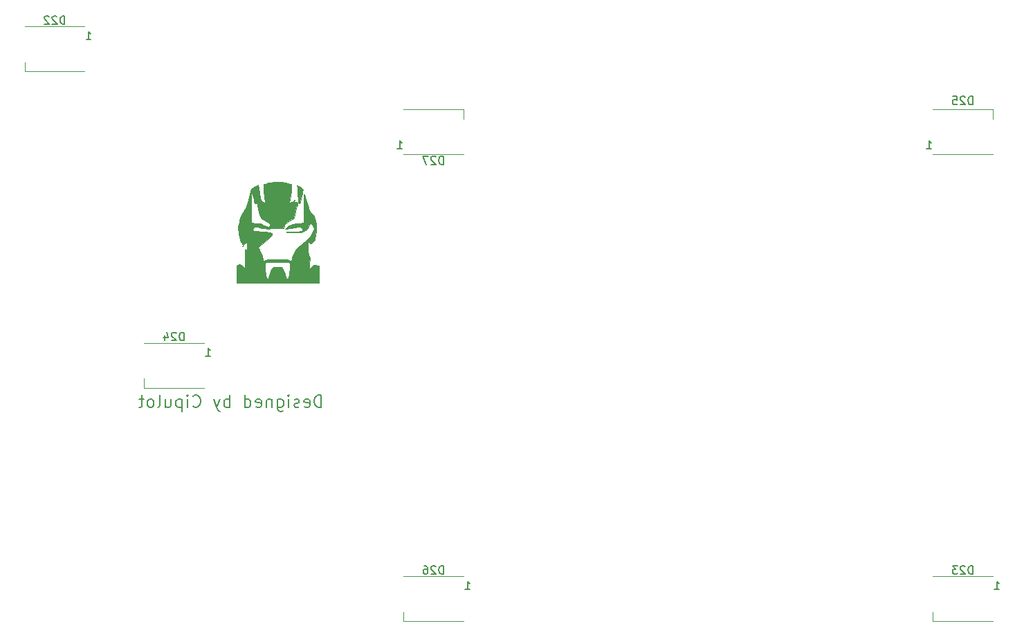
<source format=gbo>
G04 #@! TF.GenerationSoftware,KiCad,Pcbnew,(5.1.10)-1*
G04 #@! TF.CreationDate,2021-09-25T19:48:32+02:00*
G04 #@! TF.ProjectId,SheepyPad,53686565-7079-4506-9164-2e6b69636164,rev?*
G04 #@! TF.SameCoordinates,Original*
G04 #@! TF.FileFunction,Legend,Bot*
G04 #@! TF.FilePolarity,Positive*
%FSLAX46Y46*%
G04 Gerber Fmt 4.6, Leading zero omitted, Abs format (unit mm)*
G04 Created by KiCad (PCBNEW (5.1.10)-1) date 2021-09-25 19:48:32*
%MOMM*%
%LPD*%
G01*
G04 APERTURE LIST*
%ADD10C,0.150000*%
%ADD11C,0.010000*%
%ADD12C,0.120000*%
%ADD13C,1.600000*%
%ADD14O,1.600000X1.600000*%
%ADD15R,1.600000X1.600000*%
%ADD16O,1.700000X1.700000*%
%ADD17R,1.700000X1.700000*%
%ADD18R,1.500000X1.000000*%
%ADD19C,2.000000*%
%ADD20C,2.250000*%
%ADD21C,3.987800*%
%ADD22C,1.750000*%
%ADD23R,2.000000X2.000000*%
%ADD24R,2.000000X3.200000*%
G04 APERTURE END LIST*
D10*
X98665714Y-98468571D02*
X98665714Y-96968571D01*
X98308571Y-96968571D01*
X98094285Y-97040000D01*
X97951428Y-97182857D01*
X97880000Y-97325714D01*
X97808571Y-97611428D01*
X97808571Y-97825714D01*
X97880000Y-98111428D01*
X97951428Y-98254285D01*
X98094285Y-98397142D01*
X98308571Y-98468571D01*
X98665714Y-98468571D01*
X96594285Y-98397142D02*
X96737142Y-98468571D01*
X97022857Y-98468571D01*
X97165714Y-98397142D01*
X97237142Y-98254285D01*
X97237142Y-97682857D01*
X97165714Y-97540000D01*
X97022857Y-97468571D01*
X96737142Y-97468571D01*
X96594285Y-97540000D01*
X96522857Y-97682857D01*
X96522857Y-97825714D01*
X97237142Y-97968571D01*
X95951428Y-98397142D02*
X95808571Y-98468571D01*
X95522857Y-98468571D01*
X95380000Y-98397142D01*
X95308571Y-98254285D01*
X95308571Y-98182857D01*
X95380000Y-98040000D01*
X95522857Y-97968571D01*
X95737142Y-97968571D01*
X95880000Y-97897142D01*
X95951428Y-97754285D01*
X95951428Y-97682857D01*
X95880000Y-97540000D01*
X95737142Y-97468571D01*
X95522857Y-97468571D01*
X95380000Y-97540000D01*
X94665714Y-98468571D02*
X94665714Y-97468571D01*
X94665714Y-96968571D02*
X94737142Y-97040000D01*
X94665714Y-97111428D01*
X94594285Y-97040000D01*
X94665714Y-96968571D01*
X94665714Y-97111428D01*
X93308571Y-97468571D02*
X93308571Y-98682857D01*
X93380000Y-98825714D01*
X93451428Y-98897142D01*
X93594285Y-98968571D01*
X93808571Y-98968571D01*
X93951428Y-98897142D01*
X93308571Y-98397142D02*
X93451428Y-98468571D01*
X93737142Y-98468571D01*
X93880000Y-98397142D01*
X93951428Y-98325714D01*
X94022857Y-98182857D01*
X94022857Y-97754285D01*
X93951428Y-97611428D01*
X93880000Y-97540000D01*
X93737142Y-97468571D01*
X93451428Y-97468571D01*
X93308571Y-97540000D01*
X92594285Y-97468571D02*
X92594285Y-98468571D01*
X92594285Y-97611428D02*
X92522857Y-97540000D01*
X92380000Y-97468571D01*
X92165714Y-97468571D01*
X92022857Y-97540000D01*
X91951428Y-97682857D01*
X91951428Y-98468571D01*
X90665714Y-98397142D02*
X90808571Y-98468571D01*
X91094285Y-98468571D01*
X91237142Y-98397142D01*
X91308571Y-98254285D01*
X91308571Y-97682857D01*
X91237142Y-97540000D01*
X91094285Y-97468571D01*
X90808571Y-97468571D01*
X90665714Y-97540000D01*
X90594285Y-97682857D01*
X90594285Y-97825714D01*
X91308571Y-97968571D01*
X89308571Y-98468571D02*
X89308571Y-96968571D01*
X89308571Y-98397142D02*
X89451428Y-98468571D01*
X89737142Y-98468571D01*
X89880000Y-98397142D01*
X89951428Y-98325714D01*
X90022857Y-98182857D01*
X90022857Y-97754285D01*
X89951428Y-97611428D01*
X89880000Y-97540000D01*
X89737142Y-97468571D01*
X89451428Y-97468571D01*
X89308571Y-97540000D01*
X87451428Y-98468571D02*
X87451428Y-96968571D01*
X87451428Y-97540000D02*
X87308571Y-97468571D01*
X87022857Y-97468571D01*
X86880000Y-97540000D01*
X86808571Y-97611428D01*
X86737142Y-97754285D01*
X86737142Y-98182857D01*
X86808571Y-98325714D01*
X86880000Y-98397142D01*
X87022857Y-98468571D01*
X87308571Y-98468571D01*
X87451428Y-98397142D01*
X86237142Y-97468571D02*
X85880000Y-98468571D01*
X85522857Y-97468571D02*
X85880000Y-98468571D01*
X86022857Y-98825714D01*
X86094285Y-98897142D01*
X86237142Y-98968571D01*
X82951428Y-98325714D02*
X83022857Y-98397142D01*
X83237142Y-98468571D01*
X83380000Y-98468571D01*
X83594285Y-98397142D01*
X83737142Y-98254285D01*
X83808571Y-98111428D01*
X83880000Y-97825714D01*
X83880000Y-97611428D01*
X83808571Y-97325714D01*
X83737142Y-97182857D01*
X83594285Y-97040000D01*
X83380000Y-96968571D01*
X83237142Y-96968571D01*
X83022857Y-97040000D01*
X82951428Y-97111428D01*
X82308571Y-98468571D02*
X82308571Y-97468571D01*
X82308571Y-96968571D02*
X82380000Y-97040000D01*
X82308571Y-97111428D01*
X82237142Y-97040000D01*
X82308571Y-96968571D01*
X82308571Y-97111428D01*
X81594285Y-97468571D02*
X81594285Y-98968571D01*
X81594285Y-97540000D02*
X81451428Y-97468571D01*
X81165714Y-97468571D01*
X81022857Y-97540000D01*
X80951428Y-97611428D01*
X80880000Y-97754285D01*
X80880000Y-98182857D01*
X80951428Y-98325714D01*
X81022857Y-98397142D01*
X81165714Y-98468571D01*
X81451428Y-98468571D01*
X81594285Y-98397142D01*
X79594285Y-97468571D02*
X79594285Y-98468571D01*
X80237142Y-97468571D02*
X80237142Y-98254285D01*
X80165714Y-98397142D01*
X80022857Y-98468571D01*
X79808571Y-98468571D01*
X79665714Y-98397142D01*
X79594285Y-98325714D01*
X78665714Y-98468571D02*
X78808571Y-98397142D01*
X78880000Y-98254285D01*
X78880000Y-96968571D01*
X77880000Y-98468571D02*
X78022857Y-98397142D01*
X78094285Y-98325714D01*
X78165714Y-98182857D01*
X78165714Y-97754285D01*
X78094285Y-97611428D01*
X78022857Y-97540000D01*
X77880000Y-97468571D01*
X77665714Y-97468571D01*
X77522857Y-97540000D01*
X77451428Y-97611428D01*
X77380000Y-97754285D01*
X77380000Y-98182857D01*
X77451428Y-98325714D01*
X77522857Y-98397142D01*
X77665714Y-98468571D01*
X77880000Y-98468571D01*
X76951428Y-97468571D02*
X76380000Y-97468571D01*
X76737142Y-96968571D02*
X76737142Y-98254285D01*
X76665714Y-98397142D01*
X76522857Y-98468571D01*
X76380000Y-98468571D01*
D11*
G36*
X95363974Y-73090129D02*
G01*
X95396538Y-73122693D01*
X95429102Y-73090129D01*
X95396538Y-73057565D01*
X95363974Y-73090129D01*
G37*
X95363974Y-73090129D02*
X95396538Y-73122693D01*
X95429102Y-73090129D01*
X95396538Y-73057565D01*
X95363974Y-73090129D01*
G36*
X95697804Y-71323474D02*
G01*
X95708206Y-71389522D01*
X95715137Y-71413077D01*
X95729677Y-71516878D01*
X95746172Y-71724104D01*
X95762902Y-72007975D01*
X95778145Y-72341710D01*
X95782900Y-72467840D01*
X95799705Y-72858220D01*
X95819420Y-73135746D01*
X95844297Y-73317820D01*
X95876586Y-73421843D01*
X95911468Y-73461852D01*
X96007977Y-73483200D01*
X96036246Y-73465422D01*
X96063556Y-73379187D01*
X96104359Y-73205664D01*
X96141409Y-73025000D01*
X96234758Y-72563789D01*
X96313025Y-72225888D01*
X96377703Y-72005411D01*
X96426250Y-71901539D01*
X96447690Y-71801684D01*
X96364977Y-71685527D01*
X96169976Y-71544008D01*
X96033362Y-71463996D01*
X95838141Y-71357152D01*
X95733702Y-71311498D01*
X95697804Y-71323474D01*
G37*
X95697804Y-71323474D02*
X95708206Y-71389522D01*
X95715137Y-71413077D01*
X95729677Y-71516878D01*
X95746172Y-71724104D01*
X95762902Y-72007975D01*
X95778145Y-72341710D01*
X95782900Y-72467840D01*
X95799705Y-72858220D01*
X95819420Y-73135746D01*
X95844297Y-73317820D01*
X95876586Y-73421843D01*
X95911468Y-73461852D01*
X96007977Y-73483200D01*
X96036246Y-73465422D01*
X96063556Y-73379187D01*
X96104359Y-73205664D01*
X96141409Y-73025000D01*
X96234758Y-72563789D01*
X96313025Y-72225888D01*
X96377703Y-72005411D01*
X96426250Y-71901539D01*
X96447690Y-71801684D01*
X96364977Y-71685527D01*
X96169976Y-71544008D01*
X96033362Y-71463996D01*
X95838141Y-71357152D01*
X95733702Y-71311498D01*
X95697804Y-71323474D01*
G36*
X89046538Y-78626026D02*
G01*
X89079102Y-78658590D01*
X89111666Y-78626026D01*
X89079102Y-78593462D01*
X89046538Y-78626026D01*
G37*
X89046538Y-78626026D02*
X89079102Y-78658590D01*
X89111666Y-78626026D01*
X89079102Y-78593462D01*
X89046538Y-78626026D01*
G36*
X88981410Y-78756282D02*
G01*
X89013974Y-78788847D01*
X89046538Y-78756282D01*
X89013974Y-78723718D01*
X88981410Y-78756282D01*
G37*
X88981410Y-78756282D02*
X89013974Y-78788847D01*
X89046538Y-78756282D01*
X89013974Y-78723718D01*
X88981410Y-78756282D01*
G36*
X92865597Y-70904832D02*
G01*
X92557971Y-70920977D01*
X92310356Y-70946554D01*
X92149884Y-70981562D01*
X92107564Y-71006026D01*
X91989808Y-71073664D01*
X91815721Y-71103634D01*
X91806512Y-71103718D01*
X91662656Y-71112895D01*
X91601819Y-71166194D01*
X91589782Y-71302268D01*
X91590297Y-71347949D01*
X91604620Y-71766279D01*
X91632870Y-72180676D01*
X91671962Y-72564485D01*
X91718814Y-72891054D01*
X91770340Y-73133729D01*
X91809635Y-73243567D01*
X91875059Y-73390788D01*
X91895596Y-73481765D01*
X91892184Y-73490038D01*
X91816857Y-73483394D01*
X91680366Y-73414060D01*
X91518073Y-73306808D01*
X91365340Y-73186410D01*
X91257530Y-73077635D01*
X91228315Y-73025000D01*
X91208357Y-72909835D01*
X91175599Y-72697664D01*
X91134876Y-72420537D01*
X91098073Y-72161188D01*
X91042869Y-71782469D01*
X90997868Y-71516826D01*
X90959348Y-71347822D01*
X90923583Y-71259023D01*
X90887961Y-71233975D01*
X90819588Y-71265320D01*
X90672294Y-71347519D01*
X90477882Y-71462820D01*
X90476670Y-71463557D01*
X90098737Y-71693139D01*
X89934246Y-72394624D01*
X89765193Y-73045540D01*
X89580708Y-73629016D01*
X89386941Y-74129002D01*
X89190045Y-74529445D01*
X89016042Y-74790491D01*
X88880918Y-74970868D01*
X88782553Y-75146851D01*
X88703982Y-75358270D01*
X88628240Y-75644956D01*
X88599945Y-75767414D01*
X88454192Y-76411667D01*
X88589125Y-77250829D01*
X88648988Y-77616356D01*
X88696316Y-77875684D01*
X88738286Y-78051371D01*
X88782075Y-78165975D01*
X88834862Y-78242053D01*
X88903823Y-78302162D01*
X88929667Y-78321123D01*
X89011691Y-78406205D01*
X89019451Y-78454344D01*
X89051641Y-78488398D01*
X89153906Y-78498734D01*
X89324280Y-78435534D01*
X89400750Y-78340432D01*
X89476412Y-78241651D01*
X89528915Y-78269451D01*
X89557632Y-78422120D01*
X89561934Y-78697947D01*
X89559610Y-78773136D01*
X89542477Y-79084485D01*
X89518103Y-79270672D01*
X89485073Y-79336663D01*
X89441972Y-79287423D01*
X89424930Y-79245739D01*
X89373025Y-79143285D01*
X89339381Y-79125576D01*
X89330878Y-79194573D01*
X89322598Y-79366202D01*
X89314964Y-79612838D01*
X89308400Y-79906856D01*
X89303331Y-80220631D01*
X89300181Y-80526540D01*
X89299374Y-80796956D01*
X89301333Y-81004256D01*
X89306482Y-81120815D01*
X89308563Y-81133462D01*
X89322320Y-81217007D01*
X89334335Y-81314962D01*
X89339089Y-81403356D01*
X89309394Y-81414566D01*
X89220817Y-81343831D01*
X89149805Y-81279001D01*
X88952317Y-81101466D01*
X88816765Y-81000008D01*
X88710721Y-80960916D01*
X88601755Y-80970482D01*
X88495469Y-81002374D01*
X88265000Y-81078435D01*
X88265000Y-83217565D01*
X98359871Y-83217565D01*
X98359871Y-81154370D01*
X98193987Y-81078788D01*
X97987608Y-81012947D01*
X97809904Y-81035188D01*
X97620109Y-81154892D01*
X97533111Y-81230843D01*
X97381970Y-81360505D01*
X97266561Y-81443094D01*
X97229292Y-81458792D01*
X97210847Y-81398363D01*
X97203447Y-81234193D01*
X97207415Y-80992356D01*
X97215472Y-80834780D01*
X94824622Y-80834780D01*
X94823579Y-81017466D01*
X94810960Y-81278840D01*
X94787662Y-81593463D01*
X94781127Y-81668017D01*
X94742613Y-82050767D01*
X94705005Y-82320900D01*
X94664901Y-82495985D01*
X94618900Y-82593590D01*
X94597756Y-82615129D01*
X94467089Y-82689173D01*
X94379073Y-82654923D01*
X94332821Y-82582565D01*
X94285878Y-82456719D01*
X94228652Y-82256303D01*
X94193195Y-82110385D01*
X94114600Y-81854357D01*
X94005897Y-81607266D01*
X93947782Y-81507949D01*
X93783182Y-81263718D01*
X93285488Y-81263718D01*
X92976746Y-81277156D01*
X92766782Y-81331518D01*
X92625639Y-81447879D01*
X92523360Y-81647310D01*
X92459715Y-81844616D01*
X92385466Y-82100623D01*
X92308810Y-82363274D01*
X92292243Y-82419744D01*
X92217240Y-82613754D01*
X92131804Y-82688154D01*
X92018484Y-82653404D01*
X91966182Y-82615129D01*
X91916912Y-82536634D01*
X91874446Y-82377090D01*
X91835862Y-82120876D01*
X91798236Y-81752371D01*
X91792547Y-81687052D01*
X91764126Y-81338620D01*
X91749620Y-81097008D01*
X91750004Y-80939426D01*
X91766255Y-80843080D01*
X91799348Y-80785180D01*
X91832402Y-80755810D01*
X91903774Y-80726527D01*
X92037937Y-80705543D01*
X92248990Y-80692255D01*
X92551035Y-80686061D01*
X92958170Y-80686357D01*
X93355990Y-80690682D01*
X93772381Y-80698431D01*
X94144335Y-80709185D01*
X94452301Y-80722063D01*
X94676725Y-80736186D01*
X94798055Y-80750676D01*
X94813195Y-80756222D01*
X94824622Y-80834780D01*
X97215472Y-80834780D01*
X97220371Y-80738973D01*
X97238816Y-80412788D01*
X97242588Y-80192381D01*
X97230187Y-80053939D01*
X97200110Y-79973653D01*
X97170095Y-79941153D01*
X97121668Y-79862627D01*
X97084350Y-79703380D01*
X97055336Y-79446383D01*
X97033849Y-79114488D01*
X97020511Y-78706601D01*
X97021979Y-78658590D01*
X96340897Y-78658590D01*
X96317068Y-78712198D01*
X96297478Y-78702009D01*
X96289684Y-78624717D01*
X96297478Y-78615171D01*
X96336197Y-78624111D01*
X96340897Y-78658590D01*
X97021979Y-78658590D01*
X97029183Y-78423018D01*
X97059668Y-78264800D01*
X97111764Y-78233008D01*
X97182855Y-78324150D01*
X97270343Y-78434159D01*
X97378501Y-78445206D01*
X97530732Y-78355042D01*
X97618137Y-78282351D01*
X97712106Y-78189387D01*
X97780583Y-78084002D01*
X97834616Y-77936578D01*
X97885256Y-77717497D01*
X97939393Y-77421154D01*
X98008238Y-76986763D01*
X98044353Y-76638943D01*
X98047565Y-76338144D01*
X98017701Y-76044817D01*
X97954588Y-75719410D01*
X97931508Y-75619583D01*
X97854341Y-75328301D01*
X97772836Y-75120211D01*
X97664721Y-74949489D01*
X97530384Y-74794312D01*
X97413336Y-74659119D01*
X97316612Y-74516215D01*
X97227677Y-74339077D01*
X97133996Y-74101177D01*
X97023036Y-73775992D01*
X96966010Y-73599985D01*
X96858898Y-73262275D01*
X96763696Y-72954661D01*
X96688956Y-72705315D01*
X96643226Y-72542406D01*
X96635993Y-72512572D01*
X96600574Y-72385347D01*
X96571045Y-72358228D01*
X96547006Y-72435907D01*
X96528058Y-72623074D01*
X96513802Y-72924419D01*
X96503838Y-73344633D01*
X96497767Y-73888406D01*
X96496286Y-74153886D01*
X96488854Y-75890641D01*
X95906729Y-75923206D01*
X95541218Y-75956980D01*
X95280623Y-76010330D01*
X95165186Y-76059869D01*
X94989234Y-76154139D01*
X94784292Y-76238135D01*
X94777820Y-76240323D01*
X94585747Y-76322189D01*
X94415964Y-76423738D01*
X94298541Y-76523040D01*
X94263550Y-76598166D01*
X94270737Y-76610140D01*
X94353121Y-76621768D01*
X94524146Y-76608149D01*
X94725662Y-76575997D01*
X95018793Y-76521398D01*
X95327725Y-76466306D01*
X95494230Y-76437897D01*
X95722046Y-76398585D01*
X95915531Y-76362567D01*
X95992733Y-76346564D01*
X96106196Y-76354319D01*
X96209233Y-76451932D01*
X96267089Y-76541838D01*
X96401147Y-76769050D01*
X96211436Y-76867153D01*
X96077281Y-76913454D01*
X95873452Y-76943913D01*
X95579506Y-76960514D01*
X95200544Y-76965257D01*
X94829767Y-76970135D01*
X94574081Y-76984466D01*
X94438936Y-77007795D01*
X94419615Y-77030385D01*
X94498899Y-77056728D01*
X94687256Y-77077409D01*
X94963565Y-77090858D01*
X95297073Y-77095513D01*
X95644928Y-77094122D01*
X95894329Y-77086409D01*
X96077078Y-77067063D01*
X96224973Y-77030773D01*
X96369815Y-76972229D01*
X96539774Y-76887977D01*
X96764392Y-76764563D01*
X96910862Y-76649779D01*
X97020660Y-76500708D01*
X97135260Y-76274431D01*
X97137683Y-76269259D01*
X97236297Y-76065715D01*
X97313952Y-75918675D01*
X97354672Y-75858287D01*
X97355586Y-75858077D01*
X97395401Y-75911498D01*
X97475245Y-76051525D01*
X97577500Y-76247196D01*
X97773926Y-76636314D01*
X97549545Y-77115572D01*
X97367621Y-77453439D01*
X97170436Y-77706224D01*
X97017911Y-77846601D01*
X96826781Y-78005071D01*
X96657226Y-78148787D01*
X96574624Y-78221058D01*
X96453816Y-78321827D01*
X96268186Y-78467792D01*
X96059215Y-78626379D01*
X95738709Y-78905284D01*
X95493501Y-79219883D01*
X95301067Y-79604260D01*
X95177122Y-79961154D01*
X95103726Y-80203071D01*
X95043749Y-80400133D01*
X95008261Y-80515981D01*
X95005133Y-80526026D01*
X94944981Y-80556663D01*
X94799750Y-80508495D01*
X94735448Y-80477179D01*
X94633712Y-80432205D01*
X94516859Y-80399326D01*
X94363600Y-80376711D01*
X94152646Y-80362527D01*
X93862707Y-80354943D01*
X93472492Y-80352126D01*
X93279872Y-80351923D01*
X92840065Y-80353459D01*
X92509510Y-80359223D01*
X92267224Y-80370955D01*
X92092227Y-80390392D01*
X91963537Y-80419272D01*
X91860173Y-80459333D01*
X91835273Y-80471583D01*
X91600568Y-80591242D01*
X91420089Y-80002893D01*
X91322419Y-79713801D01*
X91216348Y-79446252D01*
X91119626Y-79243613D01*
X91087433Y-79190300D01*
X90992375Y-79039935D01*
X90939278Y-78935971D01*
X90935256Y-78919399D01*
X90982057Y-78861851D01*
X91108768Y-78739315D01*
X91294852Y-78569732D01*
X91519774Y-78371040D01*
X91762997Y-78161181D01*
X92003983Y-77958095D01*
X92222197Y-77779722D01*
X92384359Y-77653489D01*
X92551730Y-77501811D01*
X92621971Y-77356910D01*
X92628589Y-77283168D01*
X92615059Y-77156961D01*
X92548259Y-77105203D01*
X92400641Y-77095513D01*
X92249939Y-77081636D01*
X92174648Y-77047517D01*
X92172692Y-77040293D01*
X92111522Y-77017219D01*
X91943673Y-76992029D01*
X91692637Y-76967349D01*
X91381904Y-76945807D01*
X91277179Y-76940178D01*
X90869452Y-76916202D01*
X90578260Y-76887420D01*
X90483899Y-76867565D01*
X89567564Y-76867565D01*
X89535000Y-76900129D01*
X89502436Y-76867565D01*
X89535000Y-76835000D01*
X89567564Y-76867565D01*
X90483899Y-76867565D01*
X90389889Y-76847784D01*
X90290623Y-76791244D01*
X90266749Y-76711752D01*
X90304550Y-76603257D01*
X90346316Y-76529598D01*
X90476556Y-76377088D01*
X90589308Y-76349249D01*
X90836888Y-76399540D01*
X91132498Y-76455769D01*
X91445522Y-76512588D01*
X91745340Y-76564648D01*
X92001336Y-76606602D01*
X92182891Y-76633101D01*
X92251563Y-76639616D01*
X92346350Y-76609263D01*
X92343946Y-76540416D01*
X92334701Y-76475740D01*
X92405281Y-76494894D01*
X92434258Y-76509923D01*
X92556409Y-76538231D01*
X92782926Y-76556435D01*
X93088205Y-76563093D01*
X93328305Y-76560276D01*
X94093974Y-76541923D01*
X94113863Y-76303140D01*
X94125938Y-76216644D01*
X92405238Y-76216644D01*
X92401209Y-76334235D01*
X92359790Y-76379103D01*
X92323552Y-76334533D01*
X92334096Y-76297693D01*
X92334460Y-76275736D01*
X92289369Y-76330349D01*
X92210255Y-76412997D01*
X92172967Y-76424607D01*
X92097925Y-76388737D01*
X91948278Y-76322080D01*
X91879615Y-76292214D01*
X91661179Y-76191067D01*
X91455795Y-76085665D01*
X91423718Y-76067699D01*
X91221132Y-75995245D01*
X90912362Y-75943316D01*
X90674743Y-75923206D01*
X90121154Y-75890641D01*
X90108898Y-73904231D01*
X90105829Y-73317233D01*
X90105678Y-72855482D01*
X90109972Y-72513979D01*
X90120240Y-72287723D01*
X90138010Y-72171711D01*
X90164810Y-72160945D01*
X90202168Y-72250422D01*
X90251613Y-72435142D01*
X90314672Y-72710105D01*
X90380832Y-73014349D01*
X90437725Y-73266964D01*
X90482749Y-73415657D01*
X90529346Y-73484280D01*
X90590956Y-73496687D01*
X90646414Y-73485655D01*
X90714983Y-73468348D01*
X90763751Y-73470782D01*
X90801808Y-73513126D01*
X90838242Y-73615546D01*
X90882142Y-73798211D01*
X90942597Y-74081289D01*
X90967121Y-74197308D01*
X91051034Y-74590483D01*
X91119129Y-74879242D01*
X91183868Y-75086317D01*
X91257709Y-75234444D01*
X91353114Y-75346354D01*
X91482542Y-75444782D01*
X91658454Y-75552462D01*
X91734385Y-75597176D01*
X91967792Y-75738333D01*
X92162540Y-75862606D01*
X92287528Y-75949896D01*
X92310592Y-75969517D01*
X92372957Y-76077798D01*
X92405238Y-76216644D01*
X94125938Y-76216644D01*
X94127846Y-76202980D01*
X94161883Y-76115779D01*
X94231932Y-76027395D01*
X94353952Y-75923685D01*
X94543901Y-75790508D01*
X94817736Y-75613721D01*
X95072637Y-75453471D01*
X95247832Y-75321862D01*
X95349603Y-75170530D01*
X95411864Y-74971264D01*
X95528285Y-74488187D01*
X95616159Y-74116669D01*
X95678235Y-73841829D01*
X95717262Y-73648785D01*
X95735988Y-73522656D01*
X95737163Y-73448561D01*
X95723535Y-73411617D01*
X95702398Y-73398321D01*
X95648870Y-73343913D01*
X95654674Y-73321923D01*
X95625205Y-73294989D01*
X95524824Y-73302514D01*
X95401214Y-73301605D01*
X95363974Y-73260542D01*
X95325616Y-73194336D01*
X95207335Y-73220130D01*
X95004325Y-73339059D01*
X94989734Y-73348916D01*
X94841543Y-73441011D01*
X94744234Y-73485428D01*
X94727544Y-73484895D01*
X94730780Y-73414078D01*
X94765470Y-73257715D01*
X94805872Y-73112133D01*
X94843432Y-72941957D01*
X94882515Y-72692084D01*
X94920348Y-72391788D01*
X94954163Y-72070346D01*
X94981188Y-71757033D01*
X94998653Y-71481126D01*
X95003787Y-71271900D01*
X94993820Y-71158630D01*
X94991316Y-71152564D01*
X94915183Y-71119226D01*
X94764638Y-71103839D01*
X94749387Y-71103718D01*
X94575521Y-71075866D01*
X94454388Y-71008598D01*
X94452179Y-71006026D01*
X94354264Y-70965581D01*
X94153567Y-70934568D01*
X93877219Y-70912987D01*
X93552354Y-70900837D01*
X93206102Y-70898119D01*
X92865597Y-70904832D01*
G37*
X92865597Y-70904832D02*
X92557971Y-70920977D01*
X92310356Y-70946554D01*
X92149884Y-70981562D01*
X92107564Y-71006026D01*
X91989808Y-71073664D01*
X91815721Y-71103634D01*
X91806512Y-71103718D01*
X91662656Y-71112895D01*
X91601819Y-71166194D01*
X91589782Y-71302268D01*
X91590297Y-71347949D01*
X91604620Y-71766279D01*
X91632870Y-72180676D01*
X91671962Y-72564485D01*
X91718814Y-72891054D01*
X91770340Y-73133729D01*
X91809635Y-73243567D01*
X91875059Y-73390788D01*
X91895596Y-73481765D01*
X91892184Y-73490038D01*
X91816857Y-73483394D01*
X91680366Y-73414060D01*
X91518073Y-73306808D01*
X91365340Y-73186410D01*
X91257530Y-73077635D01*
X91228315Y-73025000D01*
X91208357Y-72909835D01*
X91175599Y-72697664D01*
X91134876Y-72420537D01*
X91098073Y-72161188D01*
X91042869Y-71782469D01*
X90997868Y-71516826D01*
X90959348Y-71347822D01*
X90923583Y-71259023D01*
X90887961Y-71233975D01*
X90819588Y-71265320D01*
X90672294Y-71347519D01*
X90477882Y-71462820D01*
X90476670Y-71463557D01*
X90098737Y-71693139D01*
X89934246Y-72394624D01*
X89765193Y-73045540D01*
X89580708Y-73629016D01*
X89386941Y-74129002D01*
X89190045Y-74529445D01*
X89016042Y-74790491D01*
X88880918Y-74970868D01*
X88782553Y-75146851D01*
X88703982Y-75358270D01*
X88628240Y-75644956D01*
X88599945Y-75767414D01*
X88454192Y-76411667D01*
X88589125Y-77250829D01*
X88648988Y-77616356D01*
X88696316Y-77875684D01*
X88738286Y-78051371D01*
X88782075Y-78165975D01*
X88834862Y-78242053D01*
X88903823Y-78302162D01*
X88929667Y-78321123D01*
X89011691Y-78406205D01*
X89019451Y-78454344D01*
X89051641Y-78488398D01*
X89153906Y-78498734D01*
X89324280Y-78435534D01*
X89400750Y-78340432D01*
X89476412Y-78241651D01*
X89528915Y-78269451D01*
X89557632Y-78422120D01*
X89561934Y-78697947D01*
X89559610Y-78773136D01*
X89542477Y-79084485D01*
X89518103Y-79270672D01*
X89485073Y-79336663D01*
X89441972Y-79287423D01*
X89424930Y-79245739D01*
X89373025Y-79143285D01*
X89339381Y-79125576D01*
X89330878Y-79194573D01*
X89322598Y-79366202D01*
X89314964Y-79612838D01*
X89308400Y-79906856D01*
X89303331Y-80220631D01*
X89300181Y-80526540D01*
X89299374Y-80796956D01*
X89301333Y-81004256D01*
X89306482Y-81120815D01*
X89308563Y-81133462D01*
X89322320Y-81217007D01*
X89334335Y-81314962D01*
X89339089Y-81403356D01*
X89309394Y-81414566D01*
X89220817Y-81343831D01*
X89149805Y-81279001D01*
X88952317Y-81101466D01*
X88816765Y-81000008D01*
X88710721Y-80960916D01*
X88601755Y-80970482D01*
X88495469Y-81002374D01*
X88265000Y-81078435D01*
X88265000Y-83217565D01*
X98359871Y-83217565D01*
X98359871Y-81154370D01*
X98193987Y-81078788D01*
X97987608Y-81012947D01*
X97809904Y-81035188D01*
X97620109Y-81154892D01*
X97533111Y-81230843D01*
X97381970Y-81360505D01*
X97266561Y-81443094D01*
X97229292Y-81458792D01*
X97210847Y-81398363D01*
X97203447Y-81234193D01*
X97207415Y-80992356D01*
X97215472Y-80834780D01*
X94824622Y-80834780D01*
X94823579Y-81017466D01*
X94810960Y-81278840D01*
X94787662Y-81593463D01*
X94781127Y-81668017D01*
X94742613Y-82050767D01*
X94705005Y-82320900D01*
X94664901Y-82495985D01*
X94618900Y-82593590D01*
X94597756Y-82615129D01*
X94467089Y-82689173D01*
X94379073Y-82654923D01*
X94332821Y-82582565D01*
X94285878Y-82456719D01*
X94228652Y-82256303D01*
X94193195Y-82110385D01*
X94114600Y-81854357D01*
X94005897Y-81607266D01*
X93947782Y-81507949D01*
X93783182Y-81263718D01*
X93285488Y-81263718D01*
X92976746Y-81277156D01*
X92766782Y-81331518D01*
X92625639Y-81447879D01*
X92523360Y-81647310D01*
X92459715Y-81844616D01*
X92385466Y-82100623D01*
X92308810Y-82363274D01*
X92292243Y-82419744D01*
X92217240Y-82613754D01*
X92131804Y-82688154D01*
X92018484Y-82653404D01*
X91966182Y-82615129D01*
X91916912Y-82536634D01*
X91874446Y-82377090D01*
X91835862Y-82120876D01*
X91798236Y-81752371D01*
X91792547Y-81687052D01*
X91764126Y-81338620D01*
X91749620Y-81097008D01*
X91750004Y-80939426D01*
X91766255Y-80843080D01*
X91799348Y-80785180D01*
X91832402Y-80755810D01*
X91903774Y-80726527D01*
X92037937Y-80705543D01*
X92248990Y-80692255D01*
X92551035Y-80686061D01*
X92958170Y-80686357D01*
X93355990Y-80690682D01*
X93772381Y-80698431D01*
X94144335Y-80709185D01*
X94452301Y-80722063D01*
X94676725Y-80736186D01*
X94798055Y-80750676D01*
X94813195Y-80756222D01*
X94824622Y-80834780D01*
X97215472Y-80834780D01*
X97220371Y-80738973D01*
X97238816Y-80412788D01*
X97242588Y-80192381D01*
X97230187Y-80053939D01*
X97200110Y-79973653D01*
X97170095Y-79941153D01*
X97121668Y-79862627D01*
X97084350Y-79703380D01*
X97055336Y-79446383D01*
X97033849Y-79114488D01*
X97020511Y-78706601D01*
X97021979Y-78658590D01*
X96340897Y-78658590D01*
X96317068Y-78712198D01*
X96297478Y-78702009D01*
X96289684Y-78624717D01*
X96297478Y-78615171D01*
X96336197Y-78624111D01*
X96340897Y-78658590D01*
X97021979Y-78658590D01*
X97029183Y-78423018D01*
X97059668Y-78264800D01*
X97111764Y-78233008D01*
X97182855Y-78324150D01*
X97270343Y-78434159D01*
X97378501Y-78445206D01*
X97530732Y-78355042D01*
X97618137Y-78282351D01*
X97712106Y-78189387D01*
X97780583Y-78084002D01*
X97834616Y-77936578D01*
X97885256Y-77717497D01*
X97939393Y-77421154D01*
X98008238Y-76986763D01*
X98044353Y-76638943D01*
X98047565Y-76338144D01*
X98017701Y-76044817D01*
X97954588Y-75719410D01*
X97931508Y-75619583D01*
X97854341Y-75328301D01*
X97772836Y-75120211D01*
X97664721Y-74949489D01*
X97530384Y-74794312D01*
X97413336Y-74659119D01*
X97316612Y-74516215D01*
X97227677Y-74339077D01*
X97133996Y-74101177D01*
X97023036Y-73775992D01*
X96966010Y-73599985D01*
X96858898Y-73262275D01*
X96763696Y-72954661D01*
X96688956Y-72705315D01*
X96643226Y-72542406D01*
X96635993Y-72512572D01*
X96600574Y-72385347D01*
X96571045Y-72358228D01*
X96547006Y-72435907D01*
X96528058Y-72623074D01*
X96513802Y-72924419D01*
X96503838Y-73344633D01*
X96497767Y-73888406D01*
X96496286Y-74153886D01*
X96488854Y-75890641D01*
X95906729Y-75923206D01*
X95541218Y-75956980D01*
X95280623Y-76010330D01*
X95165186Y-76059869D01*
X94989234Y-76154139D01*
X94784292Y-76238135D01*
X94777820Y-76240323D01*
X94585747Y-76322189D01*
X94415964Y-76423738D01*
X94298541Y-76523040D01*
X94263550Y-76598166D01*
X94270737Y-76610140D01*
X94353121Y-76621768D01*
X94524146Y-76608149D01*
X94725662Y-76575997D01*
X95018793Y-76521398D01*
X95327725Y-76466306D01*
X95494230Y-76437897D01*
X95722046Y-76398585D01*
X95915531Y-76362567D01*
X95992733Y-76346564D01*
X96106196Y-76354319D01*
X96209233Y-76451932D01*
X96267089Y-76541838D01*
X96401147Y-76769050D01*
X96211436Y-76867153D01*
X96077281Y-76913454D01*
X95873452Y-76943913D01*
X95579506Y-76960514D01*
X95200544Y-76965257D01*
X94829767Y-76970135D01*
X94574081Y-76984466D01*
X94438936Y-77007795D01*
X94419615Y-77030385D01*
X94498899Y-77056728D01*
X94687256Y-77077409D01*
X94963565Y-77090858D01*
X95297073Y-77095513D01*
X95644928Y-77094122D01*
X95894329Y-77086409D01*
X96077078Y-77067063D01*
X96224973Y-77030773D01*
X96369815Y-76972229D01*
X96539774Y-76887977D01*
X96764392Y-76764563D01*
X96910862Y-76649779D01*
X97020660Y-76500708D01*
X97135260Y-76274431D01*
X97137683Y-76269259D01*
X97236297Y-76065715D01*
X97313952Y-75918675D01*
X97354672Y-75858287D01*
X97355586Y-75858077D01*
X97395401Y-75911498D01*
X97475245Y-76051525D01*
X97577500Y-76247196D01*
X97773926Y-76636314D01*
X97549545Y-77115572D01*
X97367621Y-77453439D01*
X97170436Y-77706224D01*
X97017911Y-77846601D01*
X96826781Y-78005071D01*
X96657226Y-78148787D01*
X96574624Y-78221058D01*
X96453816Y-78321827D01*
X96268186Y-78467792D01*
X96059215Y-78626379D01*
X95738709Y-78905284D01*
X95493501Y-79219883D01*
X95301067Y-79604260D01*
X95177122Y-79961154D01*
X95103726Y-80203071D01*
X95043749Y-80400133D01*
X95008261Y-80515981D01*
X95005133Y-80526026D01*
X94944981Y-80556663D01*
X94799750Y-80508495D01*
X94735448Y-80477179D01*
X94633712Y-80432205D01*
X94516859Y-80399326D01*
X94363600Y-80376711D01*
X94152646Y-80362527D01*
X93862707Y-80354943D01*
X93472492Y-80352126D01*
X93279872Y-80351923D01*
X92840065Y-80353459D01*
X92509510Y-80359223D01*
X92267224Y-80370955D01*
X92092227Y-80390392D01*
X91963537Y-80419272D01*
X91860173Y-80459333D01*
X91835273Y-80471583D01*
X91600568Y-80591242D01*
X91420089Y-80002893D01*
X91322419Y-79713801D01*
X91216348Y-79446252D01*
X91119626Y-79243613D01*
X91087433Y-79190300D01*
X90992375Y-79039935D01*
X90939278Y-78935971D01*
X90935256Y-78919399D01*
X90982057Y-78861851D01*
X91108768Y-78739315D01*
X91294852Y-78569732D01*
X91519774Y-78371040D01*
X91762997Y-78161181D01*
X92003983Y-77958095D01*
X92222197Y-77779722D01*
X92384359Y-77653489D01*
X92551730Y-77501811D01*
X92621971Y-77356910D01*
X92628589Y-77283168D01*
X92615059Y-77156961D01*
X92548259Y-77105203D01*
X92400641Y-77095513D01*
X92249939Y-77081636D01*
X92174648Y-77047517D01*
X92172692Y-77040293D01*
X92111522Y-77017219D01*
X91943673Y-76992029D01*
X91692637Y-76967349D01*
X91381904Y-76945807D01*
X91277179Y-76940178D01*
X90869452Y-76916202D01*
X90578260Y-76887420D01*
X90483899Y-76867565D01*
X89567564Y-76867565D01*
X89535000Y-76900129D01*
X89502436Y-76867565D01*
X89535000Y-76835000D01*
X89567564Y-76867565D01*
X90483899Y-76867565D01*
X90389889Y-76847784D01*
X90290623Y-76791244D01*
X90266749Y-76711752D01*
X90304550Y-76603257D01*
X90346316Y-76529598D01*
X90476556Y-76377088D01*
X90589308Y-76349249D01*
X90836888Y-76399540D01*
X91132498Y-76455769D01*
X91445522Y-76512588D01*
X91745340Y-76564648D01*
X92001336Y-76606602D01*
X92182891Y-76633101D01*
X92251563Y-76639616D01*
X92346350Y-76609263D01*
X92343946Y-76540416D01*
X92334701Y-76475740D01*
X92405281Y-76494894D01*
X92434258Y-76509923D01*
X92556409Y-76538231D01*
X92782926Y-76556435D01*
X93088205Y-76563093D01*
X93328305Y-76560276D01*
X94093974Y-76541923D01*
X94113863Y-76303140D01*
X94125938Y-76216644D01*
X92405238Y-76216644D01*
X92401209Y-76334235D01*
X92359790Y-76379103D01*
X92323552Y-76334533D01*
X92334096Y-76297693D01*
X92334460Y-76275736D01*
X92289369Y-76330349D01*
X92210255Y-76412997D01*
X92172967Y-76424607D01*
X92097925Y-76388737D01*
X91948278Y-76322080D01*
X91879615Y-76292214D01*
X91661179Y-76191067D01*
X91455795Y-76085665D01*
X91423718Y-76067699D01*
X91221132Y-75995245D01*
X90912362Y-75943316D01*
X90674743Y-75923206D01*
X90121154Y-75890641D01*
X90108898Y-73904231D01*
X90105829Y-73317233D01*
X90105678Y-72855482D01*
X90109972Y-72513979D01*
X90120240Y-72287723D01*
X90138010Y-72171711D01*
X90164810Y-72160945D01*
X90202168Y-72250422D01*
X90251613Y-72435142D01*
X90314672Y-72710105D01*
X90380832Y-73014349D01*
X90437725Y-73266964D01*
X90482749Y-73415657D01*
X90529346Y-73484280D01*
X90590956Y-73496687D01*
X90646414Y-73485655D01*
X90714983Y-73468348D01*
X90763751Y-73470782D01*
X90801808Y-73513126D01*
X90838242Y-73615546D01*
X90882142Y-73798211D01*
X90942597Y-74081289D01*
X90967121Y-74197308D01*
X91051034Y-74590483D01*
X91119129Y-74879242D01*
X91183868Y-75086317D01*
X91257709Y-75234444D01*
X91353114Y-75346354D01*
X91482542Y-75444782D01*
X91658454Y-75552462D01*
X91734385Y-75597176D01*
X91967792Y-75738333D01*
X92162540Y-75862606D01*
X92287528Y-75949896D01*
X92310592Y-75969517D01*
X92372957Y-76077798D01*
X92405238Y-76216644D01*
X94125938Y-76216644D01*
X94127846Y-76202980D01*
X94161883Y-76115779D01*
X94231932Y-76027395D01*
X94353952Y-75923685D01*
X94543901Y-75790508D01*
X94817736Y-75613721D01*
X95072637Y-75453471D01*
X95247832Y-75321862D01*
X95349603Y-75170530D01*
X95411864Y-74971264D01*
X95528285Y-74488187D01*
X95616159Y-74116669D01*
X95678235Y-73841829D01*
X95717262Y-73648785D01*
X95735988Y-73522656D01*
X95737163Y-73448561D01*
X95723535Y-73411617D01*
X95702398Y-73398321D01*
X95648870Y-73343913D01*
X95654674Y-73321923D01*
X95625205Y-73294989D01*
X95524824Y-73302514D01*
X95401214Y-73301605D01*
X95363974Y-73260542D01*
X95325616Y-73194336D01*
X95207335Y-73220130D01*
X95004325Y-73339059D01*
X94989734Y-73348916D01*
X94841543Y-73441011D01*
X94744234Y-73485428D01*
X94727544Y-73484895D01*
X94730780Y-73414078D01*
X94765470Y-73257715D01*
X94805872Y-73112133D01*
X94843432Y-72941957D01*
X94882515Y-72692084D01*
X94920348Y-72391788D01*
X94954163Y-72070346D01*
X94981188Y-71757033D01*
X94998653Y-71481126D01*
X95003787Y-71271900D01*
X94993820Y-71158630D01*
X94991316Y-71152564D01*
X94915183Y-71119226D01*
X94764638Y-71103839D01*
X94749387Y-71103718D01*
X94575521Y-71075866D01*
X94454388Y-71008598D01*
X94452179Y-71006026D01*
X94354264Y-70965581D01*
X94153567Y-70934568D01*
X93877219Y-70912987D01*
X93552354Y-70900837D01*
X93206102Y-70898119D01*
X92865597Y-70904832D01*
D12*
X116045000Y-62020000D02*
X116045000Y-63170000D01*
X108745000Y-62020000D02*
X116045000Y-62020000D01*
X108745000Y-67520000D02*
X116045000Y-67520000D01*
X116045000Y-119170000D02*
X108745000Y-119170000D01*
X116045000Y-124670000D02*
X108745000Y-124670000D01*
X108745000Y-124670000D02*
X108745000Y-123520000D01*
X180815000Y-62020000D02*
X180815000Y-63170000D01*
X173515000Y-62020000D02*
X180815000Y-62020000D01*
X173515000Y-67520000D02*
X180815000Y-67520000D01*
X76995000Y-96095000D02*
X76995000Y-94945000D01*
X84295000Y-96095000D02*
X76995000Y-96095000D01*
X84295000Y-90595000D02*
X76995000Y-90595000D01*
X173515000Y-124670000D02*
X173515000Y-123520000D01*
X180815000Y-124670000D02*
X173515000Y-124670000D01*
X180815000Y-119170000D02*
X173515000Y-119170000D01*
X62390000Y-57360000D02*
X62390000Y-56210000D01*
X69690000Y-57360000D02*
X62390000Y-57360000D01*
X69690000Y-51860000D02*
X62390000Y-51860000D01*
D10*
X113609285Y-68722380D02*
X113609285Y-67722380D01*
X113371190Y-67722380D01*
X113228333Y-67770000D01*
X113133095Y-67865238D01*
X113085476Y-67960476D01*
X113037857Y-68150952D01*
X113037857Y-68293809D01*
X113085476Y-68484285D01*
X113133095Y-68579523D01*
X113228333Y-68674761D01*
X113371190Y-68722380D01*
X113609285Y-68722380D01*
X112656904Y-67817619D02*
X112609285Y-67770000D01*
X112514047Y-67722380D01*
X112275952Y-67722380D01*
X112180714Y-67770000D01*
X112133095Y-67817619D01*
X112085476Y-67912857D01*
X112085476Y-68008095D01*
X112133095Y-68150952D01*
X112704523Y-68722380D01*
X112085476Y-68722380D01*
X111752142Y-67722380D02*
X111085476Y-67722380D01*
X111514047Y-68722380D01*
X107959285Y-66822380D02*
X108530714Y-66822380D01*
X108245000Y-66822380D02*
X108245000Y-65822380D01*
X108340238Y-65965238D01*
X108435476Y-66060476D01*
X108530714Y-66108095D01*
X113609285Y-118872380D02*
X113609285Y-117872380D01*
X113371190Y-117872380D01*
X113228333Y-117920000D01*
X113133095Y-118015238D01*
X113085476Y-118110476D01*
X113037857Y-118300952D01*
X113037857Y-118443809D01*
X113085476Y-118634285D01*
X113133095Y-118729523D01*
X113228333Y-118824761D01*
X113371190Y-118872380D01*
X113609285Y-118872380D01*
X112656904Y-117967619D02*
X112609285Y-117920000D01*
X112514047Y-117872380D01*
X112275952Y-117872380D01*
X112180714Y-117920000D01*
X112133095Y-117967619D01*
X112085476Y-118062857D01*
X112085476Y-118158095D01*
X112133095Y-118300952D01*
X112704523Y-118872380D01*
X112085476Y-118872380D01*
X111228333Y-117872380D02*
X111418809Y-117872380D01*
X111514047Y-117920000D01*
X111561666Y-117967619D01*
X111656904Y-118110476D01*
X111704523Y-118300952D01*
X111704523Y-118681904D01*
X111656904Y-118777142D01*
X111609285Y-118824761D01*
X111514047Y-118872380D01*
X111323571Y-118872380D01*
X111228333Y-118824761D01*
X111180714Y-118777142D01*
X111133095Y-118681904D01*
X111133095Y-118443809D01*
X111180714Y-118348571D01*
X111228333Y-118300952D01*
X111323571Y-118253333D01*
X111514047Y-118253333D01*
X111609285Y-118300952D01*
X111656904Y-118348571D01*
X111704523Y-118443809D01*
X116259285Y-120772380D02*
X116830714Y-120772380D01*
X116545000Y-120772380D02*
X116545000Y-119772380D01*
X116640238Y-119915238D01*
X116735476Y-120010476D01*
X116830714Y-120058095D01*
X178379285Y-61412380D02*
X178379285Y-60412380D01*
X178141190Y-60412380D01*
X177998333Y-60460000D01*
X177903095Y-60555238D01*
X177855476Y-60650476D01*
X177807857Y-60840952D01*
X177807857Y-60983809D01*
X177855476Y-61174285D01*
X177903095Y-61269523D01*
X177998333Y-61364761D01*
X178141190Y-61412380D01*
X178379285Y-61412380D01*
X177426904Y-60507619D02*
X177379285Y-60460000D01*
X177284047Y-60412380D01*
X177045952Y-60412380D01*
X176950714Y-60460000D01*
X176903095Y-60507619D01*
X176855476Y-60602857D01*
X176855476Y-60698095D01*
X176903095Y-60840952D01*
X177474523Y-61412380D01*
X176855476Y-61412380D01*
X175950714Y-60412380D02*
X176426904Y-60412380D01*
X176474523Y-60888571D01*
X176426904Y-60840952D01*
X176331666Y-60793333D01*
X176093571Y-60793333D01*
X175998333Y-60840952D01*
X175950714Y-60888571D01*
X175903095Y-60983809D01*
X175903095Y-61221904D01*
X175950714Y-61317142D01*
X175998333Y-61364761D01*
X176093571Y-61412380D01*
X176331666Y-61412380D01*
X176426904Y-61364761D01*
X176474523Y-61317142D01*
X172729285Y-66822380D02*
X173300714Y-66822380D01*
X173015000Y-66822380D02*
X173015000Y-65822380D01*
X173110238Y-65965238D01*
X173205476Y-66060476D01*
X173300714Y-66108095D01*
X81859285Y-90297380D02*
X81859285Y-89297380D01*
X81621190Y-89297380D01*
X81478333Y-89345000D01*
X81383095Y-89440238D01*
X81335476Y-89535476D01*
X81287857Y-89725952D01*
X81287857Y-89868809D01*
X81335476Y-90059285D01*
X81383095Y-90154523D01*
X81478333Y-90249761D01*
X81621190Y-90297380D01*
X81859285Y-90297380D01*
X80906904Y-89392619D02*
X80859285Y-89345000D01*
X80764047Y-89297380D01*
X80525952Y-89297380D01*
X80430714Y-89345000D01*
X80383095Y-89392619D01*
X80335476Y-89487857D01*
X80335476Y-89583095D01*
X80383095Y-89725952D01*
X80954523Y-90297380D01*
X80335476Y-90297380D01*
X79478333Y-89630714D02*
X79478333Y-90297380D01*
X79716428Y-89249761D02*
X79954523Y-89964047D01*
X79335476Y-89964047D01*
X84509285Y-92197380D02*
X85080714Y-92197380D01*
X84795000Y-92197380D02*
X84795000Y-91197380D01*
X84890238Y-91340238D01*
X84985476Y-91435476D01*
X85080714Y-91483095D01*
X178379285Y-118872380D02*
X178379285Y-117872380D01*
X178141190Y-117872380D01*
X177998333Y-117920000D01*
X177903095Y-118015238D01*
X177855476Y-118110476D01*
X177807857Y-118300952D01*
X177807857Y-118443809D01*
X177855476Y-118634285D01*
X177903095Y-118729523D01*
X177998333Y-118824761D01*
X178141190Y-118872380D01*
X178379285Y-118872380D01*
X177426904Y-117967619D02*
X177379285Y-117920000D01*
X177284047Y-117872380D01*
X177045952Y-117872380D01*
X176950714Y-117920000D01*
X176903095Y-117967619D01*
X176855476Y-118062857D01*
X176855476Y-118158095D01*
X176903095Y-118300952D01*
X177474523Y-118872380D01*
X176855476Y-118872380D01*
X176522142Y-117872380D02*
X175903095Y-117872380D01*
X176236428Y-118253333D01*
X176093571Y-118253333D01*
X175998333Y-118300952D01*
X175950714Y-118348571D01*
X175903095Y-118443809D01*
X175903095Y-118681904D01*
X175950714Y-118777142D01*
X175998333Y-118824761D01*
X176093571Y-118872380D01*
X176379285Y-118872380D01*
X176474523Y-118824761D01*
X176522142Y-118777142D01*
X181029285Y-120772380D02*
X181600714Y-120772380D01*
X181315000Y-120772380D02*
X181315000Y-119772380D01*
X181410238Y-119915238D01*
X181505476Y-120010476D01*
X181600714Y-120058095D01*
X67254285Y-51562380D02*
X67254285Y-50562380D01*
X67016190Y-50562380D01*
X66873333Y-50610000D01*
X66778095Y-50705238D01*
X66730476Y-50800476D01*
X66682857Y-50990952D01*
X66682857Y-51133809D01*
X66730476Y-51324285D01*
X66778095Y-51419523D01*
X66873333Y-51514761D01*
X67016190Y-51562380D01*
X67254285Y-51562380D01*
X66301904Y-50657619D02*
X66254285Y-50610000D01*
X66159047Y-50562380D01*
X65920952Y-50562380D01*
X65825714Y-50610000D01*
X65778095Y-50657619D01*
X65730476Y-50752857D01*
X65730476Y-50848095D01*
X65778095Y-50990952D01*
X66349523Y-51562380D01*
X65730476Y-51562380D01*
X65349523Y-50657619D02*
X65301904Y-50610000D01*
X65206666Y-50562380D01*
X64968571Y-50562380D01*
X64873333Y-50610000D01*
X64825714Y-50657619D01*
X64778095Y-50752857D01*
X64778095Y-50848095D01*
X64825714Y-50990952D01*
X65397142Y-51562380D01*
X64778095Y-51562380D01*
X69904285Y-53462380D02*
X70475714Y-53462380D01*
X70190000Y-53462380D02*
X70190000Y-52462380D01*
X70285238Y-52605238D01*
X70380476Y-52700476D01*
X70475714Y-52748095D01*
%LPC*%
D13*
X71755000Y-57070000D03*
X71755000Y-52070000D03*
X125269000Y-64770000D03*
X120269000Y-64770000D03*
X163830000Y-64770000D03*
X168830000Y-64770000D03*
X163910000Y-121920000D03*
X168910000Y-121920000D03*
X125730000Y-121920000D03*
X120730000Y-121920000D03*
X83232000Y-88265000D03*
X78232000Y-88265000D03*
D14*
X94615000Y-46990000D03*
X92075000Y-46990000D03*
X89535000Y-46990000D03*
D15*
X66675000Y-62230000D03*
D14*
X86995000Y-46990000D03*
X69215000Y-62230000D03*
X84455000Y-46990000D03*
X71755000Y-62230000D03*
X81915000Y-46990000D03*
X74295000Y-62230000D03*
X79375000Y-46990000D03*
X76835000Y-62230000D03*
X76835000Y-46990000D03*
X79375000Y-62230000D03*
X74295000Y-46990000D03*
X81915000Y-62230000D03*
X71755000Y-46990000D03*
X84455000Y-62230000D03*
X69215000Y-46990000D03*
X86995000Y-62230000D03*
X66675000Y-46990000D03*
X89535000Y-62230000D03*
X92075000Y-62230000D03*
X94615000Y-62230000D03*
D16*
X61925000Y-87345000D03*
X61925000Y-89885000D03*
X61925000Y-92425000D03*
D17*
X61925000Y-94965000D03*
D18*
X109945000Y-66370000D03*
X109945000Y-63170000D03*
X114845000Y-66370000D03*
X114845000Y-63170000D03*
X109945000Y-123520000D03*
X109945000Y-120320000D03*
X114845000Y-123520000D03*
X114845000Y-120320000D03*
X174715000Y-66370000D03*
X174715000Y-63170000D03*
X179615000Y-66370000D03*
X179615000Y-63170000D03*
X83095000Y-91745000D03*
X83095000Y-94945000D03*
X78195000Y-91745000D03*
X78195000Y-94945000D03*
X179615000Y-120320000D03*
X179615000Y-123520000D03*
X174715000Y-120320000D03*
X174715000Y-123520000D03*
X68490000Y-53010000D03*
X68490000Y-56210000D03*
X63590000Y-53010000D03*
X63590000Y-56210000D03*
D19*
X102870000Y-58570000D03*
X98370000Y-58570000D03*
X102870000Y-52070000D03*
X98370000Y-52070000D03*
D14*
X86995000Y-58420000D03*
D13*
X76835000Y-58420000D03*
D14*
X69215000Y-80010000D03*
D15*
X69215000Y-69850000D03*
D20*
X118745000Y-50165000D03*
D21*
X116205000Y-55245000D03*
D20*
X112395000Y-52705000D03*
D22*
X111125000Y-55245000D03*
X121285000Y-55245000D03*
D20*
X118745000Y-107315000D03*
D21*
X116205000Y-112395000D03*
D20*
X112395000Y-109855000D03*
D22*
X111125000Y-112395000D03*
X121285000Y-112395000D03*
D14*
X144780000Y-69215000D03*
D15*
X144780000Y-79375000D03*
D23*
X81915000Y-67310000D03*
D19*
X79415000Y-67310000D03*
X76915000Y-67310000D03*
D24*
X85015000Y-74810000D03*
X73815000Y-74810000D03*
D19*
X81915000Y-81810000D03*
X76915000Y-81810000D03*
D20*
X175895000Y-126365000D03*
D21*
X173355000Y-131445000D03*
D20*
X169545000Y-128905000D03*
D22*
X168275000Y-131445000D03*
X178435000Y-131445000D03*
D20*
X175895000Y-107315000D03*
D21*
X173355000Y-112395000D03*
D20*
X169545000Y-109855000D03*
D22*
X168275000Y-112395000D03*
X178435000Y-112395000D03*
D20*
X175895000Y-88265000D03*
D21*
X173355000Y-93345000D03*
D20*
X169545000Y-90805000D03*
D22*
X168275000Y-93345000D03*
X178435000Y-93345000D03*
D20*
X175895000Y-69215000D03*
D21*
X173355000Y-74295000D03*
D20*
X169545000Y-71755000D03*
D22*
X168275000Y-74295000D03*
X178435000Y-74295000D03*
D20*
X175895000Y-50165000D03*
D21*
X173355000Y-55245000D03*
D20*
X169545000Y-52705000D03*
D22*
X168275000Y-55245000D03*
X178435000Y-55245000D03*
D20*
X156845000Y-126365000D03*
D21*
X154305000Y-131445000D03*
D20*
X150495000Y-128905000D03*
D22*
X149225000Y-131445000D03*
X159385000Y-131445000D03*
D20*
X156845000Y-107315000D03*
D21*
X154305000Y-112395000D03*
D20*
X150495000Y-109855000D03*
D22*
X149225000Y-112395000D03*
X159385000Y-112395000D03*
D20*
X156845000Y-88265000D03*
D21*
X154305000Y-93345000D03*
D20*
X150495000Y-90805000D03*
D22*
X149225000Y-93345000D03*
X159385000Y-93345000D03*
D20*
X156845000Y-69215000D03*
D21*
X154305000Y-74295000D03*
D20*
X150495000Y-71755000D03*
D22*
X149225000Y-74295000D03*
X159385000Y-74295000D03*
D20*
X156845000Y-50165000D03*
D21*
X154305000Y-55245000D03*
D20*
X150495000Y-52705000D03*
D22*
X149225000Y-55245000D03*
X159385000Y-55245000D03*
D20*
X137795000Y-126365000D03*
D21*
X135255000Y-131445000D03*
D20*
X131445000Y-128905000D03*
D22*
X130175000Y-131445000D03*
X140335000Y-131445000D03*
D20*
X137795000Y-107315000D03*
D21*
X135255000Y-112395000D03*
D20*
X131445000Y-109855000D03*
D22*
X130175000Y-112395000D03*
X140335000Y-112395000D03*
D20*
X137795000Y-88265000D03*
D21*
X135255000Y-93345000D03*
D20*
X131445000Y-90805000D03*
D22*
X130175000Y-93345000D03*
X140335000Y-93345000D03*
D20*
X137795000Y-69215000D03*
D21*
X135255000Y-74295000D03*
D20*
X131445000Y-71755000D03*
D22*
X130175000Y-74295000D03*
X140335000Y-74295000D03*
D20*
X137795000Y-50165000D03*
D21*
X135255000Y-55245000D03*
D20*
X131445000Y-52705000D03*
D22*
X130175000Y-55245000D03*
X140335000Y-55245000D03*
D20*
X118745000Y-126365000D03*
D21*
X116205000Y-131445000D03*
D20*
X112395000Y-128905000D03*
D22*
X111125000Y-131445000D03*
X121285000Y-131445000D03*
D20*
X118745000Y-88265000D03*
D21*
X116205000Y-93345000D03*
D20*
X112395000Y-90805000D03*
D22*
X111125000Y-93345000D03*
X121285000Y-93345000D03*
D20*
X118745000Y-69215000D03*
D21*
X116205000Y-74295000D03*
D20*
X112395000Y-71755000D03*
D22*
X111125000Y-74295000D03*
X121285000Y-74295000D03*
D14*
X163830000Y-126365000D03*
D15*
X163830000Y-136525000D03*
D14*
X163830000Y-107315000D03*
D15*
X163830000Y-117475000D03*
D14*
X163830000Y-88265000D03*
D15*
X163830000Y-98425000D03*
D14*
X163830000Y-69215000D03*
D15*
X163830000Y-79375000D03*
D14*
X163830000Y-50165000D03*
D15*
X163830000Y-60325000D03*
D14*
X144780000Y-126365000D03*
D15*
X144780000Y-136525000D03*
D14*
X144780000Y-107315000D03*
D15*
X144780000Y-117475000D03*
D14*
X144780000Y-88265000D03*
D15*
X144780000Y-98425000D03*
D14*
X144780000Y-50165000D03*
D15*
X144780000Y-60325000D03*
D14*
X125730000Y-126365000D03*
D15*
X125730000Y-136525000D03*
D14*
X125730000Y-107315000D03*
D15*
X125730000Y-117475000D03*
D14*
X125730000Y-88265000D03*
D15*
X125730000Y-98425000D03*
D14*
X125730000Y-69215000D03*
D15*
X125730000Y-79375000D03*
D14*
X125730000Y-50165000D03*
D15*
X125730000Y-60325000D03*
D14*
X106680000Y-126365000D03*
D15*
X106680000Y-136525000D03*
D14*
X106680000Y-107315000D03*
D15*
X106680000Y-117475000D03*
D14*
X106680000Y-88265000D03*
D15*
X106680000Y-98425000D03*
D14*
X106680000Y-69215000D03*
D15*
X106680000Y-79375000D03*
D14*
X106680000Y-50165000D03*
D15*
X106680000Y-60325000D03*
M02*

</source>
